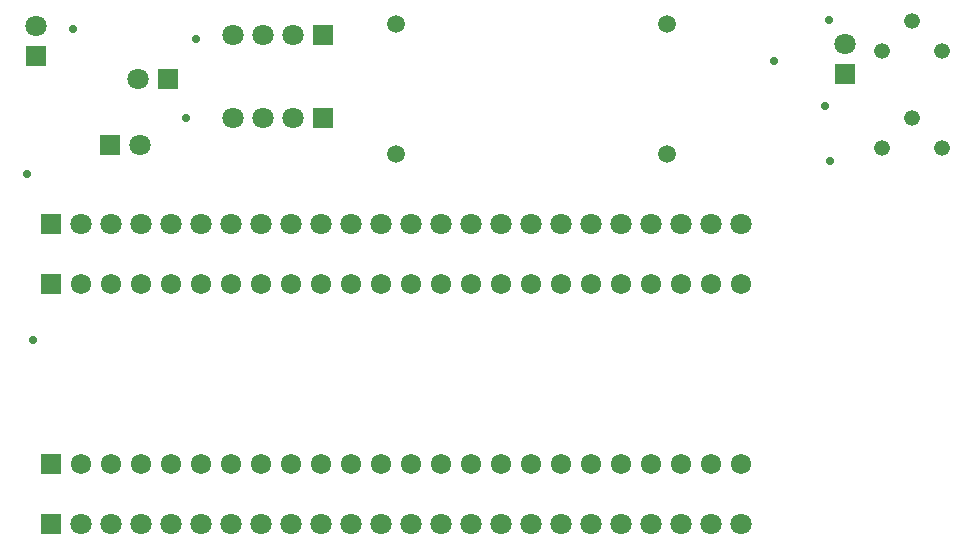
<source format=gbs>
G04*
G04 #@! TF.GenerationSoftware,Altium Limited,Altium Designer,20.1.12 (249)*
G04*
G04 Layer_Color=16711935*
%FSLAX44Y44*%
%MOMM*%
G71*
G04*
G04 #@! TF.SameCoordinates,5963EE20-531D-4955-9439-85CF453D8019*
G04*
G04*
G04 #@! TF.FilePolarity,Negative*
G04*
G01*
G75*
%ADD35C,1.8032*%
%ADD36R,1.8032X1.8032*%
%ADD37C,1.7232*%
%ADD38R,1.7232X1.7232*%
%ADD39C,1.3232*%
%ADD40C,1.5132*%
%ADD41R,1.8032X1.8032*%
%ADD42C,0.7016*%
D35*
X104642Y337700D02*
D03*
X613100Y16800D02*
D03*
X587700D02*
D03*
X562300D02*
D03*
X536900D02*
D03*
X511500D02*
D03*
X384500D02*
D03*
X308300D02*
D03*
X282900D02*
D03*
X257500D02*
D03*
X206700D02*
D03*
X181300D02*
D03*
X130500D02*
D03*
X79700D02*
D03*
X54300D02*
D03*
X105100D02*
D03*
X155900D02*
D03*
X232100D02*
D03*
X333700D02*
D03*
X359100D02*
D03*
X409900D02*
D03*
X435300D02*
D03*
X460700D02*
D03*
X486100D02*
D03*
X613100Y270800D02*
D03*
X587700D02*
D03*
X562300D02*
D03*
X536900D02*
D03*
X511500D02*
D03*
X384500D02*
D03*
X308300D02*
D03*
X282900D02*
D03*
X257500D02*
D03*
X206700D02*
D03*
X181300D02*
D03*
X130500D02*
D03*
X79700D02*
D03*
X54300D02*
D03*
X105100D02*
D03*
X155900D02*
D03*
X232100D02*
D03*
X333700D02*
D03*
X359100D02*
D03*
X409900D02*
D03*
X435300D02*
D03*
X460700D02*
D03*
X486100D02*
D03*
X182900Y431000D02*
D03*
X208300D02*
D03*
X233700D02*
D03*
X102300Y394231D02*
D03*
X16000Y438700D02*
D03*
X701220Y423150D02*
D03*
X182900Y361000D02*
D03*
X208300D02*
D03*
X233700D02*
D03*
D36*
X79243Y337700D02*
D03*
X28900Y16800D02*
D03*
Y270800D02*
D03*
X259100Y431000D02*
D03*
X127700Y394231D02*
D03*
X259100Y361000D02*
D03*
D37*
X435300Y67600D02*
D03*
X409900D02*
D03*
X308300D02*
D03*
X257500D02*
D03*
X181300D02*
D03*
X79700D02*
D03*
X54300D02*
D03*
X105100D02*
D03*
X130500D02*
D03*
X155900D02*
D03*
X206700D02*
D03*
X232100D02*
D03*
X282900D02*
D03*
X333700D02*
D03*
X359100D02*
D03*
X384500D02*
D03*
X460700D02*
D03*
X486100D02*
D03*
X511500D02*
D03*
X536900D02*
D03*
X562300D02*
D03*
X587700D02*
D03*
X613100D02*
D03*
X435300Y220000D02*
D03*
X409900D02*
D03*
X308300D02*
D03*
X257500D02*
D03*
X181300D02*
D03*
X79700D02*
D03*
X54300D02*
D03*
X105100D02*
D03*
X130500D02*
D03*
X155900D02*
D03*
X206700D02*
D03*
X232100D02*
D03*
X282900D02*
D03*
X333700D02*
D03*
X359100D02*
D03*
X384500D02*
D03*
X460700D02*
D03*
X486100D02*
D03*
X511500D02*
D03*
X536900D02*
D03*
X562300D02*
D03*
X587700D02*
D03*
X613100D02*
D03*
D38*
X28900Y67600D02*
D03*
Y220000D02*
D03*
D39*
X732852Y417600D02*
D03*
X758252Y443000D02*
D03*
X783652Y417600D02*
D03*
Y335000D02*
D03*
X758252Y360400D02*
D03*
X732852Y335000D02*
D03*
D40*
X551000Y440000D02*
D03*
X321000D02*
D03*
Y330000D02*
D03*
X551000D02*
D03*
D41*
X16000Y413300D02*
D03*
X701220Y397750D02*
D03*
D42*
X689000Y324000D02*
D03*
X684000Y371000D02*
D03*
X9000Y313000D02*
D03*
X14000Y173000D02*
D03*
X143000Y361000D02*
D03*
X151419Y427581D02*
D03*
X640906Y409094D02*
D03*
X48000Y436000D02*
D03*
X688000Y444000D02*
D03*
M02*

</source>
